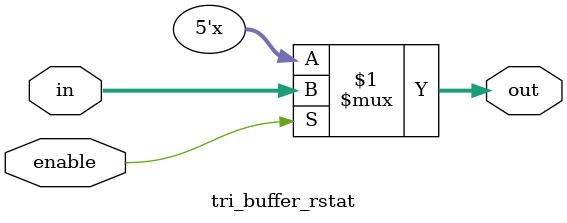
<source format=v>
module tri_buffer_rstat(in, enable, out);
    input [4:0] in;
    input enable;
    output [4:0] out;

    assign out = enable ? in : 5'bz;

endmodule
</source>
